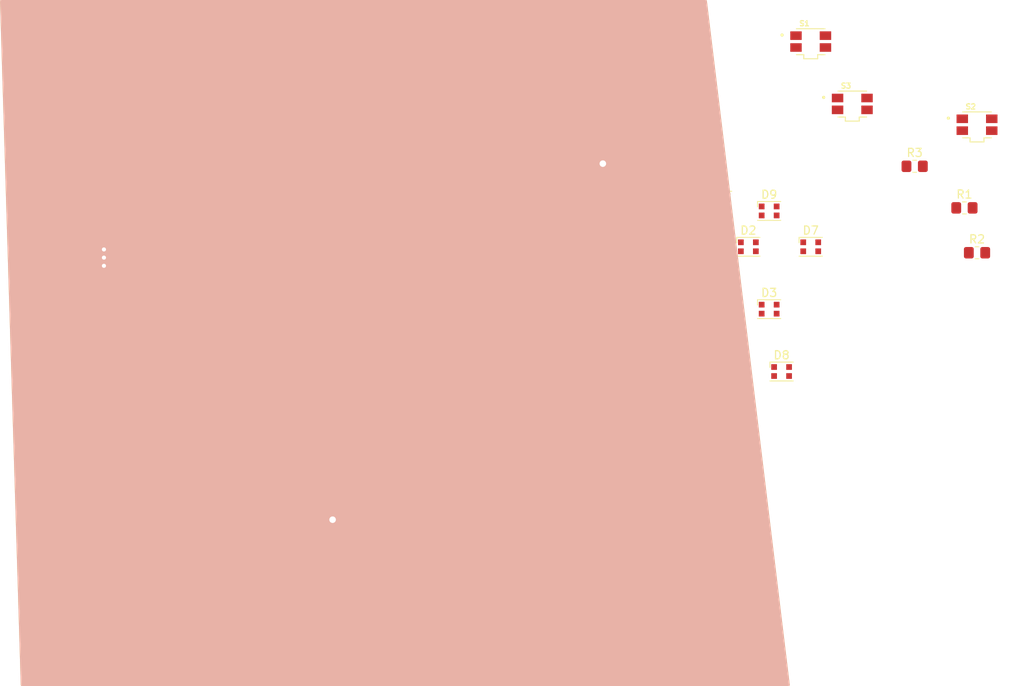
<source format=kicad_pcb>
(kicad_pcb (version 20211014) (generator pcbnew)
  (layers (0 "F.Cu" signal) (31 "B.Cu" signal) (34 "B.Paste" user) (35 "F.Paste" user) (36 "B.SilkS" user "B.Silkscreen") (37 "F.SilkS" user "F.Silkscreen") (38 "B.Mask" user) (39 "F.Mask" user) (44 "Edge.Cuts" user))
  (net 0 "")
  (net 1 "+5V")
  (net 2 "GND")
  (net 3 "TOSC1")
  (net 4 "TOSC2")
  (net 5 "VDD")
  (net 6 "Net-(D1-Pad2)")
  (net 7 "LEDS UREN")
  (net 8 "Net-(D2-Pad2)")
  (net 9 "Net-(D3-Pad2)")
  (net 10 "Net-(D4-Pad2)")
  (net 11 "Net-(D5-Pad2)")
  (net 12 "Net-(D6-Pad2)")
  (net 13 "Net-(D7-Pad2)")
  (net 14 "Net-(D8-Pad2)")
  (net 15 "Net-(D10-Pad4)")
  (net 16 "Net-(D10-Pad2)")
  (net 17 "Net-(D11-Pad2)")
  (net 19 "Net-(D13-Pad2)")
  (net 20 "LEDS MINUTEN")
  (net 21 "Net-(D14-Pad2)")
  (net 22 "Net-(D15-Pad2)")
  (net 23 "Net-(D16-Pad2)")
  (net 24 "Net-(D17-Pad2)")
  (net 25 "Net-(D18-Pad2)")
  (net 26 "Net-(D19-Pad2)")
  (net 27 "Net-(D20-Pad2)")
  (net 28 "Net-(D21-Pad2)")
  (net 29 "Net-(D22-Pad2)")
  (net 30 "Net-(D23-Pad2)")
  (net 32 "UDPI")
  (net 33 "VCC")
  (net 34 "Net-(L1-Pad2)")
  (net 35 "LEDS UIT")
  (net 36 "KNOP RECHTS")
  (net 37 "KNOP MIDDEN")
  (net 38 "KNOP LINKS")
  (footprint "LED_SMD:LED_WS2812B-2020_PLCC4_2.0x2.0mm" (layer "F.Cu") (at 116.84 93.655)
    (fp_text reference "D10" (at 0 -2) (layer "F.SilkS"))
    (fp_text value "WS2812B")
    (fp_line (start -1.42 -1.15) (end 1.42 -1.15) (layer "F.SilkS") (width 0.12))
    (fp_line (start -1.42 1.15) (end 1.42 1.15) (layer "F.SilkS") (width 0.12))
    (fp_line (start -1.42 -1.15) (end -1.42 -0.5) (layer "F.SilkS") (width 0.12))
    (pad "1" smd rect (at -0.915 -0.55) (size 0.7 0.7) (layers "F.Cu" "F.Paste" "F.Mask") (net 5 "VDD"))
    (pad "2" smd rect (at -0.915 0.55) (size 0.7 0.7) (layers "F.Cu" "F.Paste" "F.Mask") (net 16 "Net-(D10-Pad2)"))
    (pad "3" smd rect (at 0.915 0.55) (size 0.7 0.7) (layers "F.Cu" "F.Paste" "F.Mask") (net 2 "GND"))
    (pad "4" smd rect (at 0.915 -0.55) (size 0.7 0.7) (layers "F.Cu" "F.Paste" "F.Mask") (net 15 "Net-(D10-Pad4)"))
  )
  (footprint "LED_SMD:LED_WS2812B-2020_PLCC4_2.0x2.0mm" (layer "F.Cu") (at 105.765 107.23)
    (fp_text reference "D15" (at 0 -2) (layer "F.SilkS"))
    (fp_text value "WS2812B")
    (fp_line (start -1.42 -1.15) (end 1.42 -1.15) (layer "F.SilkS") (width 0.12))
    (fp_line (start -1.42 1.15) (end 1.42 1.15) (layer "F.SilkS") (width 0.12))
    (fp_line (start -1.42 -1.15) (end -1.42 -0.5) (layer "F.SilkS") (width 0.12))
    (pad "1" smd rect (at -0.915 -0.55) (size 0.7 0.7) (layers "F.Cu" "F.Paste" "F.Mask") (net 5 "VDD"))
    (pad "2" smd rect (at -0.915 0.55) (size 0.7 0.7) (layers "F.Cu" "F.Paste" "F.Mask") (net 22 "Net-(D15-Pad2)"))
    (pad "3" smd rect (at 0.915 0.55) (size 0.7 0.7) (layers "F.Cu" "F.Paste" "F.Mask") (net 2 "GND"))
    (pad "4" smd rect (at 0.915 -0.55) (size 0.7 0.7) (layers "F.Cu" "F.Paste" "F.Mask") (net 21 "Net-(D14-Pad2)"))
  )
  (footprint "LED_SMD:LED_WS2812B-2020_PLCC4_2.0x2.0mm" (layer "F.Cu") (at 127 80.955)
    (fp_text reference "D2" (at 0 -2) (layer "F.SilkS"))
    (fp_text value "WS2812B")
    (fp_line (start -1.42 -1.15) (end 1.42 -1.15) (layer "F.SilkS") (width 0.12))
    (fp_line (start -1.42 -1.15) (end -1.42 -0.5) (layer "F.SilkS") (width 0.12))
    (fp_line (start -1.42 1.15) (end 1.42 1.15) (layer "F.SilkS") (width 0.12))
    (pad "1" smd rect (at -0.915 -0.55) (size 0.7 0.7) (layers "F.Cu" "F.Paste" "F.Mask") (net 5 "VDD"))
    (pad "2" smd rect (at -0.915 0.55) (size 0.7 0.7) (layers "F.Cu" "F.Paste" "F.Mask") (net 8 "Net-(D2-Pad2)"))
    (pad "3" smd rect (at 0.915 0.55) (size 0.7 0.7) (layers "F.Cu" "F.Paste" "F.Mask") (net 2 "GND"))
    (pad "4" smd rect (at 0.915 -0.55) (size 0.7 0.7) (layers "F.Cu" "F.Paste" "F.Mask") (net 6 "Net-(D1-Pad2)"))
  )
  (footprint "Capacitor_SMD:C_0805_2012Metric_Pad1.18x1.45mm_HandSolder" (layer "F.Cu") (at 50.8 91.44)
    (fp_text reference "C2" (at 0 -1.68) (layer "F.SilkS"))
    (fp_text value "12pF")
    (fp_line (start -0.261252 -0.735) (end 0.261252 -0.735) (layer "F.SilkS") (width 0.12))
    (fp_line (start -0.261252 0.735) (end 0.261252 0.735) (layer "F.SilkS") (width 0.12))
    (pad "1" smd roundrect (at -1.0375 0) (size 1.175 1.45) (layers "F.Cu" "F.Paste" "F.Mask") (roundrect_rratio 0.212766) (net 3 "TOSC1"))
    (pad "2" smd roundrect (at 1.0375 0) (size 1.175 1.45) (layers "F.Cu" "F.Paste" "F.Mask") (roundrect_rratio 0.212766) (net 2 "GND"))
  )
  (footprint "Resistor_SMD:R_0805_2012Metric_Pad1.20x1.40mm_HandSolder" (layer "F.Cu") (at 73.66 68.58)
    (fp_text reference "R4" (at 0 -1.65) (layer "F.SilkS"))
    (fp_text value "4k7")
    (fp_line (start -0.227064 0.735) (end 0.227064 0.735) (layer "F.SilkS") (width 0.12))
    (fp_line (start -0.227064 -0.735) (end 0.227064 -0.735) (layer "F.SilkS") (width 0.12))
    (pad "1" smd roundrect (at -1 0) (size 1.2 1.4) (layers "F.Cu" "F.Paste" "F.Mask") (roundrect_rratio 0.208333) (net 1 "+5V"))
    (pad "2" smd roundrect (at 1 0) (size 1.2 1.4) (layers "F.Cu" "F.Paste" "F.Mask") (roundrect_rratio 0.208333) (net 35 "LEDS UIT"))
  )
  (footprint "LED_SMD:LED_WS2812B-2020_PLCC4_2.0x2.0mm" (layer "F.Cu") (at 102.515 122.47)
    (fp_text reference "D14" (at 0 -2) (layer "F.SilkS"))
    (fp_text value "WS2812B")
    (fp_line (start -1.42 -1.15) (end 1.42 -1.15) (layer "F.SilkS") (width 0.12))
    (fp_line (start -1.42 1.15) (end 1.42 1.15) (layer "F.SilkS") (width 0.12))
    (fp_line (start -1.42 -1.15) (end -1.42 -0.5) (layer "F.SilkS") (width 0.12))
    (pad "1" smd rect (at -0.915 -0.55) (size 0.7 0.7) (layers "F.Cu" "F.Paste" "F.Mask") (net 5 "VDD"))
    (pad "2" smd rect (at -0.915 0.55) (size 0.7 0.7) (layers "F.Cu" "F.Paste" "F.Mask") (net 21 "Net-(D14-Pad2)"))
    (pad "3" smd rect (at 0.915 0.55) (size 0.7 0.7) (layers "F.Cu" "F.Paste" "F.Mask") (net 2 "GND"))
    (pad "4" smd rect (at 0.915 -0.55) (size 0.7 0.7) (layers "F.Cu" "F.Paste" "F.Mask") (net 19 "Net-(D13-Pad2)"))
  )
  (footprint "Connector_PinHeader_1.00mm:PinHeader_1x03_P1.00mm_Vertical" (layer "F.Cu") (at 48.26 81.28)
    (fp_text reference "J1" (at 0 -1.56) (layer "F.SilkS"))
    (fp_text value "Conn_01x03")
    (fp_line (start -0.695 0.685) (end -0.695 2.56) (layer "F.SilkS") (width 0.12))
    (fp_line (start -0.695 0.685) (end -0.608276 0.685) (layer "F.SilkS") (width 0.12))
    (fp_line (start -0.695 0) (end -0.695 -0.685) (layer "F.SilkS") (width 0.12))
    (fp_line (start -0.695 2.56) (end -0.394493 2.56) (layer "F.SilkS") (width 0.12))
    (fp_line (start 0.695 0.685) (end 0.695 2.56) (layer "F.SilkS") (width 0.12))
    (fp_line (start -0.695 -0.685) (end 0 -0.685) (layer "F.SilkS") (width 0.12))
    (fp_line (start 0.394493 2.56) (end 0.695 2.56) (layer "F.SilkS") (width 0.12))
    (fp_line (start 0.608276 0.685) (end 0.695 0.685) (layer "F.SilkS") (width 0.12))
    (pad "1" thru_hole rect (at 0 0) (size 0.85 0.85) (drill 0.5) (layers *.Cu *.Mask) (net 1 "+5V"))
    (pad "2" thru_hole oval (at 0 1) (size 0.85 0.85) (drill 0.5) (layers *.Cu *.Mask) (net 32 "UDPI"))
    (pad "3" thru_hole oval (at 0 2) (size 0.85 0.85) (drill 0.5) (layers *.Cu *.Mask) (net 2 "GND"))
  )
  (footprint "LED_SMD:LED_WS2812B-2020_PLCC4_2.0x2.0mm" (layer "F.Cu") (at 123.545 75.325)
    (fp_text reference "D1" (at 0 -2) (layer "F.SilkS"))
    (fp_text value "WS2812B")
    (fp_line (start -1.42 -1.15) (end -1.42 -0.5) (layer "F.SilkS") (width 0.12))
    (fp_line (start -1.42 1.15) (end 1.42 1.15) (layer "F.SilkS") (width 0.12))
    (fp_line (start -1.42 -1.15) (end 1.42 -1.15) (layer "F.SilkS") (width 0.12))
    (pad "1" smd rect (at -0.915 -0.55) (size 0.7 0.7) (layers "F.Cu" "F.Paste" "F.Mask") (net 5 "VDD"))
    (pad "2" smd rect (at -0.915 0.55) (size 0.7 0.7) (layers "F.Cu" "F.Paste" "F.Mask") (net 6 "Net-(D1-Pad2)"))
    (pad "3" smd rect (at 0.915 0.55) (size 0.7 0.7) (layers "F.Cu" "F.Paste" "F.Mask") (net 2 "GND"))
    (pad "4" smd rect (at 0.915 -0.55) (size 0.7 0.7) (layers "F.Cu" "F.Paste" "F.Mask") (net 7 "LEDS UREN"))
  )
  (footprint "LED_SMD:LED_WS2812B-2020_PLCC4_2.0x2.0mm" (layer "F.Cu") (at 86.36 106.68)
    (fp_text reference "D21" (at 0 -2) (layer "F.SilkS"))
    (fp_text value "WS2812B")
    (fp_line (start -1.42 -1.15) (end -1.42 -0.5) (layer "F.SilkS") (width 0.12))
    (fp_line (start -1.42 1.15) (end 1.42 1.15) (layer "F.SilkS") (width 0.12))
    (fp_line (start -1.42 -1.15) (end 1.42 -1.15) (layer "F.SilkS") (width 0.12))
    (pad "1" smd rect (at -0.915 -0.55) (size 0.7 0.7) (layers "F.Cu" "F.Paste" "F.Mask") (net 5 "VDD"))
    (pad "2" smd rect (at -0.915 0.55) (size 0.7 0.7) (layers "F.Cu" "F.Paste" "F.Mask") (net 28 "Net-(D21-Pad2)"))
    (pad "3" smd rect (at 0.915 0.55) (size 0.7 0.7) (layers "F.Cu" "F.Paste" "F.Mask") (net 2 "GND"))
    (pad "4" smd rect (at 0.915 -0.55) (size 0.7 0.7) (layers "F.Cu" "F.Paste" "F.Mask") (net 27 "Net-(D20-Pad2)"))
  )
  (footprint "FX135A-327:OSCCC150X320X90-2N" (layer "F.Cu") (at 53.34 88.9)
    (fp_text reference "Y1" (at 1.675205 -2.035235) (layer "F.SilkS") (effects (font (size 1.000118 1.000118))))
    (fp_text value "FX135A-327")
    (fp_circle (center -2.5 -0.1) (end -2.358581 -0.1) (layer "F.SilkS") (width 0.2) (fill none))
    (pad "1" smd rect locked (at -1.35 0) (size 1.15 1.9) (layers "F.Cu" "F.Paste" "F.Mask") (net 3 "TOSC1"))
    (pad "2" smd rect locked (at 1.35 0) (size 1.15 1.9) (layers "F.Cu" "F.Paste" "F.Mask") (net 4 "TOSC2"))
  )
  (footprint "LED_SMD:LED_WS2812B-2020_PLCC4_2.0x2.0mm" (layer "F.Cu") (at 105.765 112.31)
    (fp_text reference "D19" (at 0 -2) (layer "F.SilkS"))
    (fp_text value "WS2812B")
    (fp_line (start -1.42 1.15) (end 1.42 1.15) (layer "F.SilkS") (width 0.12))
    (fp_line (start -1.42 -1.15) (end 1.42 -1.15) (layer "F.SilkS") (width 0.12))
    (fp_line (start -1.42 -1.15) (end -1.42 -0.5) (layer "F.SilkS") (width 0.12))
    (pad "1" smd rect (at -0.915 -0.55) (size 0.7 0.7) (layers "F.Cu" "F.Paste" "F.Mask") (net 5 "VDD"))
    (pad "2" smd rect (at -0.915 0.55) (size 0.7 0.7) (layers "F.Cu" "F.Paste" "F.Mask") (net 26 "Net-(D19-Pad2)"))
    (pad "3" smd rect (at 0.915 0.55) (size 0.7 0.7) (layers "F.Cu" "F.Paste" "F.Mask") (net 2 "GND"))
    (pad "4" smd rect (at 0.915 -0.55) (size 0.7 0.7) (layers "F.Cu" "F.Paste" "F.Mask") (net 25 "Net-(D18-Pad2)"))
  )
  (footprint "LED_SMD:LED_WS2812B-2020_PLCC4_2.0x2.0mm" (layer "F.Cu") (at 114.3 87.715)
    (fp_text reference "D11" (at 0 -2) (layer "F.SilkS"))
    (fp_text value "WS2812B")
    (fp_line (start -1.42 -1.15) (end 1.42 -1.15) (layer "F.SilkS") (width 0.12))
    (fp_line (start -1.42 1.15) (end 1.42 1.15) (layer "F.SilkS") (width 0.12))
    (fp_line (start -1.42 -1.15) (end -1.42 -0.5) (layer "F.SilkS") (width 0.12))
    (pad "1" smd rect (at -0.915 -0.55) (size 0.7 0.7) (layers "F.Cu" "F.Paste" "F.Mask") (net 5 "VDD"))
    (pad "2" smd rect (at -0.915 0.55) (size 0.7 0.7) (layers "F.Cu" "F.Paste" "F.Mask") (net 17 "Net-(D11-Pad2)"))
    (pad "3" smd rect (at 0.915 0.55) (size 0.7 0.7) (layers "F.Cu" "F.Paste" "F.Mask") (net 2 "GND"))
    (pad "4" smd rect (at 0.915 -0.55) (size 0.7 0.7) (layers "F.Cu" "F.Paste" "F.Mask") (net 16 "Net-(D10-Pad2)"))
  )
  (footprint "EVQ-P7L01P:SW_EVQ-P7L01P" (layer "F.Cu") (at 154.94 66.04)
    (fp_text reference "S2" (at -0.768 -2.2064) (layer "F.SilkS") (effects (font (size 0.64 0.64))))
    (fp_text value "EVQ-P7L01P")
    (fp_line (start 0.85 2.1) (end 0.85 1.6) (layer "F.SilkS") (width 0.127))
    (fp_line (start 0.85 1.6) (end 1.75 1.6) (layer "F.SilkS") (width 0.127))
    (fp_line (start -1.75 1.6) (end -0.85 1.6) (layer "F.SilkS") (width 0.127))
    (fp_line (start -0.85 1.6) (end -0.85 2.1) (layer "F.SilkS") (width 0.127))
    (fp_line (start -1.75 -1.57) (end 1.75 -1.57) (layer "F.SilkS") (width 0.127))
    (fp_line (start -0.85 2.1) (end 0.85 2.1) (layer "F.SilkS") (width 0.127))
    (fp_circle (center -3.5 -0.8) (end -3.4 -0.8) (layer "F.SilkS") (width 0.2) (fill none))
    (pad "" np_thru_hole circle locked (at 0 -0.9) (size 0.7 0.7) (drill 0.7) (layers *.Cu *.Mask))
    (pad "" np_thru_hole circle locked (at 0 0.9) (size 0.7 0.7) (drill 0.7) (layers *.Cu *.Mask))
    (pad "1_1" smd rect locked (at -1.8 -0.725) (size 1.4 1.05) (layers "F.Cu" "F.Paste" "F.Mask") (net 2 "GND"))
    (pad "1_2" smd rect locked (at 1.8 -0.725) (size 1.4 1.05) (layers "F.Cu" "F.Paste" "F.Mask") (net 2 "GND"))
    (pad "2_1" smd rect locked (at -1.8 0.725) (size 1.4 1.05) (layers "F.Cu" "F.Paste" "F.Mask") (net 37 "KNOP MIDDEN"))
    (pad "2_2" smd rect locked (at 1.8 0.725) (size 1.4 1.05) (layers "F.Cu" "F.Paste" "F.Mask") (net 37 "KNOP MIDDEN"))
  )
  (footprint "LED_SMD:LED_WS2812B-2020_PLCC4_2.0x2.0mm" (layer "F.Cu") (at 134.62 80.955)
    (fp_text reference "D7" (at 0 -2) (layer "F.SilkS"))
    (fp_text value "WS2812B")
    (fp_line (start -1.42 -1.15) (end 1.42 -1.15) (layer "F.SilkS") (width 0.12))
    (fp_line (start -1.42 -1.15) (end -1.42 -0.5) (layer "F.SilkS") (width 0.12))
    (fp_line (start -1.42 1.15) (end 1.42 1.15) (layer "F.SilkS") (width 0.12))
    (pad "1" smd rect (at -0.915 -0.55) (size 0.7 0.7) (layers "F.Cu" "F.Paste" "F.Mask") (net 5 "VDD"))
    (pad "2" smd rect (at -0.915 0.55) (size 0.7 0.7) (layers "F.Cu" "F.Paste" "F.Mask") (net 13 "Net-(D7-Pad2)"))
    (pad "3" smd rect (at 0.915 0.55) (size 0.7 0.7) (layers "F.Cu" "F.Paste" "F.Mask") (net 2 "GND"))
    (pad "4" smd rect (at 0.915 -0.55) (size 0.7 0.7) (layers "F.Cu" "F.Paste" "F.Mask") (net 12 "Net-(D6-Pad2)"))
  )
  (footprint "LED_SMD:LED_WS2812B-2020_PLCC4_2.0x2.0mm" (layer "F.Cu") (at 131.06 96.195)
    (fp_text reference "D8" (at 0 -2) (layer "F.SilkS"))
    (fp_text value "WS2812B")
    (fp_line (start -1.42 -1.15) (end 1.42 -1.15) (layer "F.SilkS") (width 0.12))
    (fp_line (start -1.42 -1.15) (end -1.42 -0.5) (layer "F.SilkS") (width 0.12))
    (fp_line (start -1.42 1.15) (end 1.42 1.15) (layer "F.SilkS") (width 0.12))
    (pad "1" smd rect (at -0.915 -0.55) (size 0.7 0.7) (layers "F.Cu" "F.Paste" "F.Mask") (net 5 "VDD"))
    (pad "2" smd rect (at -0.915 0.55) (size 0.7 0.7) (layers "F.Cu" "F.Paste" "F.Mask") (net 14 "Net-(D8-Pad2)"))
    (pad "3" smd rect (at 0.915 0.55) (size 0.7 0.7) (layers "F.Cu" "F.Paste" "F.Mask") (net 2 "GND"))
    (pad "4" smd rect (at 0.915 -0.55) (size 0.7 0.7) (layers "F.Cu" "F.Paste" "F.Mask") (net 13 "Net-(D7-Pad2)"))
  )
  (footprint "LED_SMD:LED_WS2812B-2020_PLCC4_2.0x2.0mm" (layer "F.Cu") (at 111.76 116.84)
    (fp_text reference "D18" (at 0 -2) (layer "F.SilkS"))
    (fp_text value "WS2812B")
    (fp_line (start -1.42 -1.15) (end -1.42 -0.5) (layer "F.SilkS") (width 0.12))
    (fp_line (start -1.42 -1.15) (end 1.42 -1.15) (layer "F.SilkS") (width 0.12))
    (fp_line (start -1.42 1.15) (end 1.42 1.15) (layer "F.SilkS") (width 0.12))
    (pad "1" smd rect (at -0.915 -0.55) (size 0.7 0.7) (layers "F.Cu" "F.Paste" "F.Mask") (net 5 "VDD"))
    (pad "2" smd rect (at -0.915 0.55) (size 0.7 0.7) (layers "F.Cu" "F.Paste" "F.Mask") (net 25 "Net-(D18-Pad2)"))
    (pad "3" smd rect (at 0.915 0.55) (size 0.7 0.7) (layers "F.Cu" "F.Paste" "F.Mask") (net 2 "GND"))
    (pad "4" smd rect (at 0.915 -0.55) (size 0.7 0.7) (layers "F.Cu" "F.Paste" "F.Mask") (net 24 "Net-(D17-Pad2)"))
  )
  (footprint "Package_TO_SOT_SMD:SOT-23" (layer "F.Cu") (at 73.66 88.9)
    (fp_text reference "Q1" (at 0 -2.4) (layer "F.SilkS"))
    (fp_text value "BSS138")
    (fp_line (start 0 1.56) (end 0.65 1.56) (layer "F.SilkS") (width 0.12))
    (fp_line (start 0 1.56) (end -0.65 1.56) (layer "F.SilkS") (width 0.12))
    (fp_line (start 0 -1.56) (end 0.65 -1.56) (layer "F.SilkS") (width 0.12))
    (fp_line (start 0 -1.56) (end -1.675 -1.56) (layer "F.SilkS") (width 0.12))
    (pad "1" smd roundrect (at -0.9375 -0.95) (size 1.475 0.6) (layers "F.Cu" "F.Paste" "F.Mask") (net 35 "LEDS UIT"))
    (pad "2" smd roundrect (at -0.9375 0.95) (size 1.475 0.6) (layers "F.Cu" "F.Paste" "F.Mask") (net 1 "+5V"))
    (pad "3" smd roundrect (at 0.9375 0) (size 1.475 0.6) (layers "F.Cu" "F.Paste" "F.Mask") (net 5 "VDD"))
  )
  (footprint "LED_SMD:LED_WS2812B-2020_PLCC4_2.0x2.0mm" (layer "F.Cu") (at 96.52 106.68)
    (fp_text reference "D16" (at 0 -2) (layer "F.SilkS"))
    (fp_text value "WS2812B")
    (fp_line (start -1.42 -1.15) (end 1.42 -1.15) (layer "F.SilkS") (width 0.12))
    (fp_line (start -1.42 -1.15) (end -1.42 -0.5) (layer "F.SilkS") (width 0.12))
    (fp_line (start -1.42 1.15) (end 1.42 1.15) (layer "F.SilkS") (width 0.12))
    (pad "1" smd rect (at -0.915 -0.55) (size 0.7 0.7) (layers "F.Cu" "F.Paste" "F.Mask") (net 5 "VDD"))
    (pad "2" smd rect (at -0.915 0.55) (size 0.7 0.7) (layers "F.Cu" "F.Paste" "F.Mask") (net 23 "Net-(D16-Pad2)"))
    (pad "3" smd rect (at 0.915 0.55) (size 0.7 0.7) (layers "F.Cu" "F.Paste" "F.Mask") (net 2 "GND"))
    (pad "4" smd rect (at 0.915 -0.55) (size 0.7 0.7) (layers "F.Cu" "F.Paste" "F.Mask") (net 22 "Net-(D15-Pad2)"))
  )
  (footprint "LED_SMD:LED_WS2812B-2020_PLCC4_2.0x2.0mm" (layer "F.Cu") (at 116.84 73.335)
    (fp_text reference "D12" (at 0 -2) (layer "F.SilkS"))
    (fp_text value "WS2812B")
    (fp_line (start -1.42 -1.15) (end 1.42 -1.15) (layer "F.SilkS") (width 0.12))
    (fp_line (start -1.42 1.15) (end 1.42 1.15) (layer "F.SilkS") (width 0.12))
    (fp_line (start -1.42 -1.15) (end -1.42 -0.5) (layer "F.SilkS") (width 0.12))
    (pad "1" smd rect (at -0.915 -0.55) (size 0.7 0.7) (layers "F.Cu" "F.Paste" "F.Mask") (net 5 "VDD"))
    (pad "2" smd rect (at -0.915 0.55) (size 0.7 0.7) (layers "F.Cu" "F.Paste" "F.Mask"))
    (pad "3" smd rect (at 0.915 0.55) (size 0.7 0.7) (layers "F.Cu" "F.Paste" "F.Mask") (net 2 "GND"))
    (pad "4" smd rect (at 0.915 -0.55) (size 0.7 0.7) (layers "F.Cu" "F.Paste" "F.Mask") (net 17 "Net-(D11-Pad2)"))
  )
  (footprint "LED_SMD:LED_WS2812B-2020_PLCC4_2.0x2.0mm" (layer "F.Cu") (at 121.92 91.115)
    (fp_text reference "D4" (at 0 -2) (layer "F.SilkS"))
    (fp_text value "WS2812B")
    (fp_line (start -1.42 1.15) (end 1.42 1.15) (layer "F.SilkS") (width 0.12))
    (fp_line (start -1.42 -1.15) (end 1.42 -1.15) (layer "F.SilkS") (width 0.12))
    (fp_line (start -1.42 -1.15) (end -1.42 -0.5) (layer "F.SilkS") (width 0.12))
    (pad "1" smd rect (at -0.915 -0.55) (size 0.7 0.7) (layers "F.Cu" "F.Paste" "F.Mask") (net 5 "VDD"))
    (pad "2" smd rect (at -0.915 0.55) (size 0.7 0.7) (layers "F.Cu" "F.Paste" "F.Mask") (net 10 "Net-(D4-Pad2)"))
    (pad "3" smd rect (at 0.915 0.55) (size 0.7 0.7) (layers "F.Cu" "F.Paste" "F.Mask") (net 2 "GND"))
    (pad "4" smd rect (at 0.915 -0.55) (size 0.7 0.7) (layers "F.Cu" "F.Paste" "F.Mask") (net 9 "Net-(D3-Pad2)"))
  )
  (footprint "Connector_PinHeader_2.00mm:PinHeader_1x01_P2.00mm_Vertical" (layer "F.Cu") (at 76.2 114.3)
    (fp_text reference "J3" (at 0 -2.06) (layer "F.SilkS"))
    (fp_text value "Conn_01x01")
    (fp_line (start -1.06 1) (end -1.06 1.06) (layer "F.SilkS") (width 0.12))
    (fp_line (start -1.06 1.06) (end 1.06 1.06) (layer "F.SilkS") (width 0.12))
    (fp_line (start 1.06 1) (end 1.06 1.06) (layer "F.SilkS") (width 0.12))
    (fp_line (start -1.06 1) (end 1.06 1) (layer "F.SilkS") (width 0.12))
    (fp_line (start -1.06 0) (end -1.06 -1.06) (layer "F.SilkS") (width 0.12))
    (fp_line (start -1.06 -1.06) (end 0 -1.06) (layer "F.SilkS") (width 0.12))
    (pad "1" thru_hole rect (at 0 0) (size 1.35 1.35) (drill 0.8) (layers *.Cu *.Mask) (net 20 "LEDS MINUTEN"))
  )
  (footprint "LED_SMD:LED_WS2812B-2020_PLCC4_2.0x2.0mm" (layer "F.Cu") (at 83.82 114.3)
    (fp_text reference "D22" (at 0 -2) (layer "F.SilkS"))
    (fp_text value "WS2812B")
    (fp_line (start -1.42 1.15) (end 1.42 1.15) (layer "F.SilkS") (width 0.12))
    (fp_line (start -1.42 -1.15) (end -1.42 -0.5) (layer "F.SilkS") (width 0.12))
    (fp_line (start -1.42 -1.15) (end 1.42 -1.15) (layer "F.SilkS") (width 0.12))
    (pad "1" smd rect (at -0.915 -0.55) (size 0.7 0.7) (layers "F.Cu" "F.Paste" "F.Mask") (net 5 "VDD"))
    (pad "2" smd rect (at -0.915 0.55) (size 0.7 0.7) (layers "F.Cu" "F.Paste" "F.Mask") (net 29 "Net-(D22-Pad2)"))
    (pad "3" smd rect (at 0.915 0.55) (size 0.7 0.7) (layers "F.Cu" "F.Paste" "F.Mask") (net 2 "GND"))
    (pad "4" smd rect (at 0.915 -0.55) (size 0.7 0.7) (layers "F.Cu" "F.Paste" "F.Mask") (net 28 "Net-(D21-Pad2)"))
  )
  (footprint "EVQ-P7L01P:SW_EVQ-P7L01P" (layer "F.Cu") (at 134.62 55.88)
    (fp_text reference "S1" (at -0.768 -2.2064) (layer "F.SilkS") (effects (font (size 0.64 0.64))))
    (fp_text value "EVQ-P7L01P")
    (fp_line (start -0.85 2.1) (end 0.85 2.1) (layer "F.SilkS") (width 0.127))
    (fp_line (start 0.85 1.6) (end 1.75 1.6) (layer "F.SilkS") (width 0.127))
    (fp_line (start -1.75 1.6) (end -0.85 1.6) (layer "F.SilkS") (width 0.127))
    (fp_line (start 0.85 2.1) (end 0.85 1.6) (layer "F.SilkS") (width 0.127))
    (fp_line (start -1.75 -1.57) (end 1.75 -1.57) (layer "F.SilkS") (width 0.127))
    (fp_line (start -0.85 1.6) (end -0.85 2.1) (layer "F.SilkS") (width 0.127))
    (fp_circle (center -3.5 -0.8) (end -3.4 -0.8) (layer "F.SilkS") (width 0.2) (fill none))
    (pad "" np_thru_hole circle locked (at 0 0.9) (size 0.7 0.7) (drill 0.7) (layers *.Cu *.Mask))
    (pad "" np_thru_hole circle locked (at 0 -0.9) (size 0.7 0.7) (drill 0.7) (layers *.Cu *.Mask))
    (pad "1_1" smd rect locked (at -1.8 -0.725) (size 1.4 1.05) (layers "F.Cu" "F.Paste" "F.Mask") (net 2 "GND"))
    (pad "1_2" smd rect locked (at 1.8 -0.725) (size 1.4 1.05) (layers "F.Cu" "F.Paste" "F.Mask") (net 2 "GND"))
    (pad "2_1" smd rect locked (at -1.8 0.725) (size 1.4 1.05) (layers "F.Cu" "F.Paste" "F.Mask") (net 36 "KNOP RECHTS"))
    (pad "2_2" smd rect locked (at 1.8 0.725) (size 1.4 1.05) (layers "F.Cu" "F.Paste" "F.Mask") (net 36 "KNOP RECHTS"))
  )
  (footprint "LED_SMD:LED_WS2812B-2020_PLCC4_2.0x2.0mm" (layer "F.Cu") (at 91.44 111.76)
    (fp_text reference "D20" (at 0 -2) (layer "F.SilkS"))
    (fp_text value "WS2812B")
    (fp_line (start -1.42 1.15) (end 1.42 1.15) (layer "F.SilkS") (width 0.12))
    (fp_line (start -1.42 -1.15) (end 1.42 -1.15) (layer "F.SilkS") (width 0.12))
    (fp_line (start -1.42 -1.15) (end -1.42 -0.5) (layer "F.SilkS") (width 0.12))
    (pad "1" smd rect (at -0.915 -0.55) (size 0.7 0.7) (layers "F.Cu" "F.Paste" "F.Mask") (net 5 "VDD"))
    (pad "2" smd rect (at -0.915 0.55) (size 0.7 0.7) (layers "F.Cu" "F.Paste" "F.Mask") (net 27 "Net-(D20-Pad2)"))
    (pad "3" smd rect (at 0.915 0.55) (size 0.7 0.7) (layers "F.Cu" "F.Paste" "F.Mask") (net 2 "GND"))
    (pad "4" smd rect (at 0.915 -0.55) (size 0.7 0.7) (layers "F.Cu" "F.Paste" "F.Mask") (net 26 "Net-(D19-Pad2)"))
  )
  (footprint "LED_SMD:LED_WS2812B-2020_PLCC4_2.0x2.0mm" (layer "F.Cu") (at 98.145 113.75)
    (fp_text reference "D13" (at 0 -2) (layer "F.SilkS"))
    (fp_text value "WS2812B")
    (fp_line (start -1.42 -1.15) (end 1.42 -1.15) (layer "F.SilkS") (width 0.12))
    (fp_line (start -1.42 1.15) (end 1.42 1.15) (layer "F.SilkS") (width 0.12))
    (fp_line (start -1.42 -1.15) (end -1.42 -0.5) (layer "F.SilkS") (width 0.12))
    (pad "1" smd rect (at -0.915 -0.55) (size 0.7 0.7) (layers "F.Cu" "F.Paste" "F.Mask") (net 5 "VDD"))
    (pad "2" smd rect (at -0.915 0.55) (size 0.7 0.7) (layers "F.Cu" "F.Paste" "F.Mask") (net 19 "Net-(D13-Pad2)"))
    (pad "3" smd rect (at 0.915 0.55) (size 0.7 0.7) (layers "F.Cu" "F.Paste" "F.Mask") (net 2 "GND"))
    (pad "4" smd rect (at 0.915 -0.55) (size 0.7 0.7) (layers "F.Cu" "F.Paste" "F.Mask") (net 20 "LEDS MINUTEN"))
  )
  (footprint "LED_SMD:LED_WS2812B-2020_PLCC4_2.0x2.0mm" (layer "F.Cu") (at 88.9 121.92)
    (fp_text reference "D23" (at 0 -2) (layer "F.SilkS"))
    (fp_text value "WS2812B")
    (fp_line (start -1.42 1.15) (end 1.42 1.15) (layer "F.SilkS") (width 0.12))
    (fp_line (start -1.42 -1.15) (end -1.42 -0.5) (layer "F.SilkS") (width 0.12))
    (fp_line (start -1.42 -1.15) (end 1.42 -1.15) (layer "F.SilkS") (width 0.12))
    (pad "1" smd rect (at -0.915 -0.55) (size 0.7 0.7) (layers "F.Cu" "F.Paste" "F.Mask") (net 5 "VDD"))
    (pad "2" smd rect (at -0.915 0.55) (size 0.7 0.7) (layers "F.Cu" "F.Paste" "F.Mask") (net 30 "Net-(D23-Pad2)"))
    (pad "3" smd rect (at 0.915 0.55) (size 0.7 0.7) (layers "F.Cu" "F.Paste" "F.Mask") (net 2 "GND"))
    (pad "4" smd rect (at 0.915 -0.55) (size 0.7 0.7) (layers "F.Cu" "F.Paste" "F.Mask") (net 29 "Net-(D22-Pad2)"))
  )
  (footprint "Capacitor_SMD:C_0805_2012Metric_Pad1.18x1.45mm_HandSolder" (layer "F.Cu") (at 55.88 91.44)
    (fp_text reference "C3" (at 0 -1.68) (layer "F.SilkS"))
    (fp_text value "12pF")
    (fp_line (start -0.261252 -0.735) (end 0.261252 -0.735) (layer "F.SilkS") (width 0.12))
    (fp_line (start -0.261252 0.735) (end 0.261252 0.735) (layer "F.SilkS") (width 0.12))
    (pad "1" smd roundrect (at -1.0375 0) (size 1.175 1.45) (layers "F.Cu" "F.Paste" "F.Mask") (roundrect_rratio 0.212766) (net 4 "TOSC2"))
    (pad "2" smd roundrect (at 1.0375 0) (size 1.175 1.45) (layers "F.Cu" "F.Paste" "F.Mask") (roundrect_rratio 0.212766) (net 2 "GND"))
  )
  (footprint "LED_SMD:LED_WS2812B-2020_PLCC4_2.0x2.0mm" (layer "F.Cu") (at 129.54 88.575)
    (fp_text reference "D3" (at 0 -2) (layer "F.SilkS"))
    (fp_text value "WS2812B")
    (fp_line (start -1.42 -1.15) (end 1.42 -1.15) (layer "F.SilkS") (width 0.12))
    (fp_line (start -1.42 -1.15) (end -1.42 -0.5) (layer "F.SilkS") (width 0.12))
    (fp_line (start -1.42 1.15) (end 1.42 1.15) (layer "F.SilkS") (width 0.12))
    (pad "1" smd rect (at -0.915 -0.55) (size 0.7 0.7) (layers "F.Cu" "F.Paste" "F.Mask") (net 5 "VDD"))
    (pad "2" smd rect (at -0.915 0.55) (size 0.7 0.7) (layers "F.Cu" "F.Paste" "F.Mask") (net 9 "Net-(D3-Pad2)"))
    (pad "3" smd rect (at 0.915 0.55) (size 0.7 0.7) (layers "F.Cu" "F.Paste" "F.Mask") (net 2 "GND"))
    (pad "4" smd rect (at 0.915 -0.55) (size 0.7 0.7) (layers "F.Cu" "F.Paste" "F.Mask") (net 8 "Net-(D2-Pad2)"))
  )
  (footprint "LED_SMD:LED_WS2812B-2020_PLCC4_2.0x2.0mm" (layer "F.Cu") (at 129.54 76.575)
    (fp_text reference "D9" (at 0 -2) (layer "F.SilkS"))
    (fp_text value "WS2812B")
    (fp_line (start -1.42 1.15) (end 1.42 1.15) (layer "F.SilkS") (width 0.12))
    (fp_line (start -1.42 -1.15) (end -1.42 -0.5) (layer "F.SilkS") (width 0.12))
    (fp_line (start -1.42 -1.15) (end 1.42 -1.15) (layer "F.SilkS") (width 0.12))
    (pad "1" smd rect (at -0.915 -0.55) (size 0.7 0.7) (layers "F.Cu" "F.Paste" "F.Mask") (net 5 "VDD"))
    (pad "2" smd rect (at -0.915 0.55) (size 0.7 0.7) (layers "F.Cu" "F.Paste" "F.Mask") (net 15 "Net-(D10-Pad4)"))
    (pad "3" smd rect (at 0.915 0.55) (size 0.7 0.7) (layers "F.Cu" "F.Paste" "F.Mask") (net 2 "GND"))
    (pad "4" smd rect (at 0.915 -0.55) (size 0.7 0.7) (layers "F.Cu" "F.Paste" "F.Mask") (net 14 "Net-(D8-Pad2)"))
  )
  (footprint "LED_SMD:LED_WS2812B-2020_PLCC4_2.0x2.0mm" (layer "F.Cu") (at 113.385 109.22)
    (fp_text reference "D17" (at 0 -2) (layer "F.SilkS"))
    (fp_text value "WS2812B")
    (fp_line (start -1.42 -1.15) (end -1.42 -0.5) (layer "F.SilkS") (width 0.12))
    (fp_line (start -1.42 1.15) (end 1.42 1.15) (layer "F.SilkS") (width 0.12))
    (fp_line (start -1.42 -1.15) (end 1.42 -1.15) (layer "F.SilkS") (width 0.12))
    (pad "1" smd rect (at -0.915 -0.55) (size 0.7 0.7) (layers "F.Cu" "F.Paste" "F.Mask") (net 5 "VDD"))
    (pad "2" smd rect (at -0.915 0.55) (size 0.7 0.7) (layers "F.Cu" "F.Paste" "F.Mask") (net 24 "Net-(D17-Pad2)"))
    (pad "3" smd rect (at 0.915 0.55) (size 0.7 0.7) (layers "F.Cu" "F.Paste" "F.Mask") (net 2 "GND"))
    (pad "4" smd rect (at 0.915 -0.55) (size 0.7 0.7) (layers "F.Cu" "F.Paste" "F.Mask") (net 23 "Net-(D16-Pad2)"))
  )
  (footprint "Resistor_SMD:R_0805_2012Metric_Pad1.20x1.40mm_HandSolder" (layer "F.Cu") (at 153.4 76.2)
    (fp_text reference "R1" (at 0 -1.65) (layer "F.SilkS"))
    (fp_text value "4k7")
    (fp_line (start -0.227064 0.735) (end 0.227064 0.735) (layer "F.SilkS") (width 0.12))
    (fp_line (start -0.227064 -0.735) (end 0.227064 -0.735) (layer "F.SilkS") (width 0.12))
    (pad "1" smd roundrect (at -1 0) (size 1.2 1.4) (layers "F.Cu" "F.Paste" "F.Mask") (roundrect_rratio 0.208333) (net 1 "+5V"))
    (pad "2" smd roundrect (at 1 0) (size 1.2 1.4) (layers "F.Cu" "F.Paste" "F.Mask") (roundrect_rratio 0.208333) (net 36 "KNOP RECHTS"))
  )
  (footprint "ATTINY414-SSF:SOIC127P600X175-14N" (layer "F.Cu") (at 63.581 84.07)
    (fp_text reference "U2" (at -0.25838 -5.44366) (layer "F.SilkS"))
    (fp_text value "ATTINY414-SSF")
    (fp_line (start -2 4.38) (end 2 4.38) (layer "F.SilkS") (width 0.127))
    (fp_line (start -2 -4.38) (end 2 -4.38) (layer "F.SilkS") (width 0.127))
    (fp_circle (center -4.076 -3.718) (end -3.926 -3.718) (layer "F.SilkS") (width 0.3) (fill none))
    (pad "1" smd roundrect locked (at -2.475 -3.81) (size 1.97 0.6) (layers "F.Cu" "F.Paste" "F.Mask") (roundrect_rratio 0.15) (net 1 "+5V"))
    (pad "2" smd roundrect locked (at -2.475 -2.54) (size 1.97 0.6) (layers "F.Cu" "F.Paste" "F.Mask") (roundrect_rratio 0.15))
    (pad "3" smd roundrect locked (at -2.475 -1.27) (size 1.97 0.6) (layers "F.Cu" "F.Paste" "F.Mask") (roundrect_rratio 0.15) (net 7 "LEDS UREN"))
    (pad "4" smd roundrect locked (at -2.475 0) (size 1.97 0.6) (layers "F.Cu" "F.Paste" "F.Mask") (roundrect_rratio 0.15) (net 36 "KNOP RECHTS"))
    (pad "5" smd roundrect locked (at -2.475 1.27) (size 1.97 0.6) (layers "F.Cu" "F.Paste" "F.Mask") (roundrect_rratio 0.15) (net 37 "KNOP MIDDEN"))
    (pad "6" smd roundrect locked (at -2.475 2.54) (size 1.97 0.6) (layers "F.Cu" "F.Paste" "F.Mask") (roundrect_rratio 0.15) (net 3 "TOSC1"))
    (pad "7" smd roundrect locked (at -2.475 3.81) (size 1.97 0.6) (layers "F.Cu" "F.Paste" "F.Mask") (roundrect_rratio 0.15) (net 4 "TOSC2"))
    (pad "8" smd roundrect locked (at 2.475 3.81) (size 1.97 0.6) (layers "F.Cu" "F.Paste" "F.Mask") (roundrect_rratio 0.15) (net 38 "KNOP LINKS"))
    (pad "9" smd roundrect locked (at 2.475 2.54) (size 1.97 0.6) (layers "F.Cu" "F.Paste" "F.Mask") (roundrect_rratio 0.15) (net 35 "LEDS UIT"))
    (pad "10" smd roundrect locked (at 2.475 1.27) (size 1.97 0.6) (layers "F.Cu" "F.Paste" "F.Mask") (roundrect_rratio 0.15) (net 32 "UDPI"))
    (pad "11" smd roundrect locked (at 2.475 0) (size 1.97 0.6) (layers "F.Cu" "F.Paste" "F.Mask") (roundrect_rratio 0.15))
    (pad "12" smd roundrect locked (at 2.475 -1.27) (size 1.97 0.6) (layers "F.Cu" "F.Paste" "F.Mask") (roundrect_rratio 0.15))
    (pad "13" smd roundrect locked (at 2.475 -2.54) (size 1.97 0.6) (layers "F.Cu" "F.Paste" "F.Mask") (roundrect_rratio 0.15) (net 20 "LEDS MINUTEN"))
    (pad "14" smd roundrect locked (at 2.475 -3.81) (size 1.97 0.6) (layers "F.Cu" "F.Paste" "F.Mask") (roundrect_rratio 0.15) (net 2 "GND"))
  )
  (footprint "Resistor_SMD:R_0805_2012Metric_Pad1.20x1.40mm_HandSolder" (layer "F.Cu") (at 147.32 71.12)
    (fp_text reference "R3" (at 0 -1.65) (layer "F.SilkS"))
    (fp_text value "4k7")
    (fp_line (start -0.227064 -0.735) (end 0.227064 -0.735) (layer "F.SilkS") (width 0.12))
    (fp_line (start -0.227064 0.735) (end 0.227064 0.735) (layer "F.SilkS") (width 0.12))
    (pad "1" smd roundrect (at -1 0) (size 1.2 1.4) (layers "F.Cu" "F.Paste" "F.Mask") (roundrect_rratio 0.208333) (net 1 "+5V"))
    (pad "2" smd roundrect (at 1 0) (size 1.2 1.4) (layers "F.Cu" "F.Paste" "F.Mask") (roundrect_rratio 0.208333) (net 38 "KNOP LINKS"))
  )
  (footprint "LED_SMD:LED_WS2812B-2020_PLCC4_2.0x2.0mm" (layer "F.Cu") (at 114.3 78.415)
    (fp_text reference "D6" (at 0 -2) (layer "F.SilkS"))
    (fp_text value "WS2812B")
    (fp_line (start -1.42 1.15) (end 1.42 1.15) (layer "F.SilkS") (width 0.12))
    (fp_line (start -1.42 -1.15) (end -1.42 -0.5) (layer "F.SilkS") (width 0.12))
    (fp_line (start -1.42 -1.15) (end 1.42 -1.15) (layer "F.SilkS") (width 0.12))
    (pad "1" smd rect (at -0.915 -0.55) (size 0.7 0.7) (layers "F.Cu" "F.Paste" "F.Mask") (net 5 "VDD"))
    (pad "2" smd rect (at -0.915 0.55) (size 0.7 0.7) (layers "F.Cu" "F.Paste" "F.Mask") (net 12 "Net-(D6-Pad2)"))
    (pad "3" smd rect (at 0.915 0.55) (size 0.7 0.7) (layers "F.Cu" "F.Paste" "F.Mask") (net 2 "GND"))
    (pad "4" smd rect (at 0.915 -0.55) (size 0.7 0.7) (layers "F.Cu" "F.Paste" "F.Mask") (net 11 "Net-(D5-Pad2)"))
  )
  (footprint "Connector_PinHeader_2.00mm:PinHeader_1x01_P2.00mm_Vertical" (layer "F.Cu") (at 109.22 70.795)
    (fp_text reference "J2" (at 0 -2.06) (layer "F.SilkS"))
    (fp_text value "Conn_01x01")
    (fp_line (start -1.06 0) (end -1.06 -1.06) (layer "F.SilkS") (width 0.12))
    (fp_line (start -1.06 1) (end 1.06 1) (layer "F.SilkS") (width 0.12))
    (fp_line (start 1.06 1) (end 1.06 1.06) (layer "F.SilkS") (width 0.12))
    (fp_line (start -1.06 -1.06) (end 0 -1.06) (layer "F.SilkS") (width 0.12))
    (fp_line (start -1.06 1.06) (end 1.06 1.06) (layer "F.SilkS") (width 0.12))
    (fp_line (start -1.06 1) (end -1.06 1.06) (layer "F.SilkS") (width 0.12))
    (pad "1" thru_hole rect (at 0 0) (size 1.35 1.35) (drill 0.8) (layers *.Cu *.Mask) (net 7 "LEDS UREN"))
  )
  (footprint "LED_SMD:LED_WS2812B-2020_PLCC4_2.0x2.0mm" (layer "F.Cu") (at 96.52 121.92)
    (fp_text reference "D24" (at 0 -2) (layer "F.SilkS"))
    (fp_text value "WS2812B")
    (fp_line (start -1.42 -1.15) (end -1.42 -0.5) (layer "F.SilkS") (width 0.12))
    (fp_line (start -1.42 1.15) (end 1.42 1.15) (layer "F.SilkS") (width 0.12))
    (fp_line (start -1.42 -1.15) (end 1.42 -1.15) (layer "F.SilkS") (width 0.12))
    (pad "1" smd rect (at -0.915 -0.55) (size 0.7 0.7) (layers "F.Cu" "F.Paste" "F.Mask") (net 5 "VDD"))
    (pad "2" smd rect (at -0.915 0.55) (size 0.7 0.7) (layers "F.Cu" "F.Paste" "F.Mask"))
    (pad "3" smd rect (at 0.915 0.55) (size 0.7 0.7) (layers "F.Cu" "F.Paste" "F.Mask") (net 2 "GND"))
    (pad "4" smd rect (at 0.915 -0.55) (size 0.7 0.7) (layers "F.Cu" "F.Paste" "F.Mask") (net 30 "Net-(D23-Pad2)"))
  )
  (footprint "EVQ-P7L01P:SW_EVQ-P7L01P" (layer "F.Cu") (at 139.7 63.5)
    (fp_text reference "S3" (at -0.768 -2.2064) (layer "F.SilkS") (effects (font (size 0.64 0.64))))
    (fp_text value "EVQ-P7L01P")
    (fp_line (start -1.75 1.6) (end -0.85 1.6) (layer "F.SilkS") (width 0.127))
    (fp_line (start -1.75 -1.57) (end 1.75 -1.57) (layer "F.SilkS") (width 0.127))
    (fp_line (start 0.85 1.6) (end 1.75 1.6) (layer "F.SilkS") (width 0.127))
    (fp_line (start -0.85 1.6) (end -0.85 2.1) (layer "F.SilkS") (width 0.127))
    (fp_line (start 0.85 2.1) (end 0.85 1.6) (layer "F.SilkS") (width 0.127))
    (fp_line (start -0.85 2.1) (end 0.85 2.1) (layer "F.SilkS") (width 0.127))
    (fp_circle (center -3.5 -0.8) (end -3.4 -0.8) (layer "F.SilkS") (width 0.2) (fill none))
    (pad "" np_thru_hole circle locked (at 0 0.9) (size 0.7 0.7) (drill 0.7) (layers *.Cu *.Mask))
    (pad "" np_thru_hole circle locked (at 0 -0.9) (size 0.7 0.7) (drill 0.7) (layers *.Cu *.Mask))
    (pad "1_1" smd rect locked (at -1.8 -0.725) (size 1.4 1.05) (layers "F.Cu" "F.Paste" "F.Mask") (net 2 "GND"))
    (pad "1_2" smd rect locked (at 1.8 -0.725) (size 1.4 1.05) (layers "F.Cu" "F.Paste" "F.Mask") (net 2 "GND"))
    (pad "2_1" smd rect locked (at -1.8 0.725) (size 1.4 1.05) (layers "F.Cu" "F.Paste" "F.Mask") (net 38 "KNOP LINKS"))
    (pad "2_2" smd rect locked (at 1.8 0.725) (size 1.4 1.05) (layers "F.Cu" "F.Paste" "F.Mask") (net 38 "KNOP LINKS"))
  )
  (footprint "Resistor_SMD:R_0805_2012Metric_Pad1.20x1.40mm_HandSolder" (layer "F.Cu") (at 154.94 81.68)
    (fp_text reference "R2" (at 0 -1.65) (layer "F.SilkS"))
    (fp_text value "4k7")
    (fp_line (start -0.227064 -0.735) (end 0.227064 -0.735) (layer "F.SilkS") (width 0.12))
    (fp_line (start -0.227064 0.735) (end 0.227064 0.735) (layer "F.SilkS") (width 0.12))
    (pad "1" smd roundrect (at -1 0) (size 1.2 1.4) (layers "F.Cu" "F.Paste" "F.Mask") (roundrect_rratio 0.208333) (net 1 "+5V"))
    (pad "2" smd roundrect (at 1 0) (size 1.2 1.4) (layers "F.Cu" "F.Paste" "F.Mask") (roundrect_rratio 0.208333) (net 37 "KNOP MIDDEN"))
  )
  (footprint "LED_SMD:LED_WS2812B-2020_PLCC4_2.0x2.0mm" (layer "F.Cu") (at 121.005 82.945)
    (fp_text reference "D5" (at 0 -2) (layer "F.SilkS"))
    (fp_text value "WS2812B")
    (fp_line (start -1.42 -1.15) (end -1.42 -0.5) (layer "F.SilkS") (width 0.12))
    (fp_line (start -1.42 -1.15) (end 1.42 -1.15) (layer "F.SilkS") (width 0.12))
    (fp_line (start -1.42 1.15) (end 1.42 1.15) (layer "F.SilkS") (width 0.12))
    (pad "1" smd rect (at -0.915 -0.55) (size 0.7 0.7) (layers "F.Cu" "F.Paste" "F.Mask") (net 5 "VDD"))
    (pad "2" smd rect (at -0.915 0.55) (size 0.7 0.7) (layers "F.Cu" "F.Paste" "F.Mask") (net 11 "Net-(D5-Pad2)"))
    (pad "3" smd rect (at 0.915 0.55) (size 0.7 0.7) (layers "F.Cu" "F.Paste" "F.Mask") (net 2 "GND"))
    (pad "4" smd rect (at 0.915 -0.55) (size 0.7 0.7) (layers "F.Cu" "F.Paste" "F.Mask") (net 10 "Net-(D4-Pad2)"))
  )
  (footprint "Inductor_SMD:L_Sunlord_SWPA5020S" (layer "B.Cu") (at 88.9 88.9 180)
    (fp_text reference "L1" (at 0 3.5) (layer "B.SilkS") (effects (justify mirror)))
    (fp_text value "4.7uH")
    (fp_line (start -2.7 2.7) (end -2.7 2.3) (layer "B.SilkS") (width 0.12))
    (fp_line (start -2.7 -2.7) (end -2.7 -2.3) (layer "B.SilkS") (width 0.12))
    (fp_line (start 2.7 -2.7) (end 2.7 -2.3) (layer "B.SilkS") (width 0.12))
    (fp_line (start 2.7 2.7) (end 2.7 2.3) (layer "B.SilkS") (width 0.12))
    (fp_line (start -2.7 2.7) (end 2.7 2.7) (layer "B.SilkS") (width 0.12))
    (fp_line (start -2.7 -2.7) (end 2.7 -2.7) (layer "B.SilkS") (width 0.12))
    (pad "1" smd rect locked (at -1.85 0 180) (size 1.4 4.2) (layers "B.Cu" "B.Paste" "B.Mask") (net 33 "VCC"))
    (pad "2" smd rect locked (at 1.85 0 180) (size 1.4 4.2) (layers "B.Cu" "B.Paste" "B.Mask") (net 34 "Net-(L1-Pad2)"))
  )
  (footprint "TPS613222ADBVT:SOT95P280X145-5N" (layer "B.Cu") (at 88.9 96.52 180)
    (fp_text reference "U1" (at -0.06 2.508) (layer "B.SilkS") (effects (font (size 0.8 0.8)) (justify mirror)))
    (fp_text value "TPS613222ADBVT")
    (fp_line (start 0.33 -1.45) (end -0.33 -1.45) (layer "B.SilkS") (width 0.127))
    (fp_line (start 0.8 0.335) (end 0.8 -0.335) (layer "B.SilkS") (width 0.127))
    (fp_line (start -0.33 1.45) (end 0.33 1.45) (layer "B.SilkS") (width 0.127))
    (fp_circle (center -2.41 1.05) (end -2.31 1.05) (layer "B.SilkS") (width 0.2) (fill none))
    (pad "1" smd roundrect locked (at -1.255 0.95 180) (size 1.21 0.59) (layers "B.Cu" "B.Paste" "B.Mask") (roundrect_rratio 0.15) (net 34 "Net-(L1-Pad2)"))
    (pad "2" smd roundrect locked (at -1.255 0 180) (size 1.21 0.59) (layers "B.Cu" "B.Paste" "B.Mask") (roundrect_rratio 0.15) (net 2 "GND"))
    (pad "3" smd roundrect locked (at -1.255 -0.95 180) (size 1.21 0.59) (layers "B.Cu" "B.Paste" "B.Mask") (roundrect_rratio 0.15))
    (pad "4" smd roundrect locked (at 1.255 -0.95 180) (size 1.21 0.59) (layers "B.Cu" "B.Paste" "B.Mask") (roundrect_rratio 0.15) (net 1 "+5V"))
    (pad "5" smd roundrect locked (at 1.255 0.95 180) (size 1.21 0.59) (layers "B.Cu" "B.Paste" "B.Mask") (roundrect_rratio 0.15))
  )
  (footprint "Capacitor_SMD:C_0805_2012Metric_Pad1.18x1.45mm_HandSolder" (layer "B.Cu") (at 93.98 93.98 180)
    (fp_text reference "C1" (at 0 1.68) (layer "B.SilkS") (effects (justify mirror)))
    (fp_text value "22uF")
    (fp_line (start -0.261252 -0.735) (end 0.261252 -0.735) (layer "B.SilkS") (width 0.12))
    (fp_line (start -0.261252 0.735) (end 0.261252 0.735) (layer "B.SilkS") (width 0.12))
    (pad "1" smd roundrect (at -1.0375 0 180) (size 1.175 1.45) (layers "B.Cu" "B.Paste" "B.Mask") (roundrect_rratio 0.212766) (net 1 "+5V"))
    (pad "2" smd roundrect (at 1.0375 0 180) (size 1.175 1.45) (layers "B.Cu" "B.Paste" "B.Mask") (roundrect_rratio 0.212766) (net 2 "GND"))
  )
  (zone (net 0) (net_name "") (layers *.SilkS *.Mask) (connect_pads (clearance 0.508)) (min_thickness 0.254) (fill yes (thermal_gap 0.508) (thermal_bridge_width 0.508))
    (polygon (pts (xy 132.08 134.62) (xy 38.1 134.62) (xy 35.56 50.8) (xy 121.92 50.8)))
  )
)
</source>
